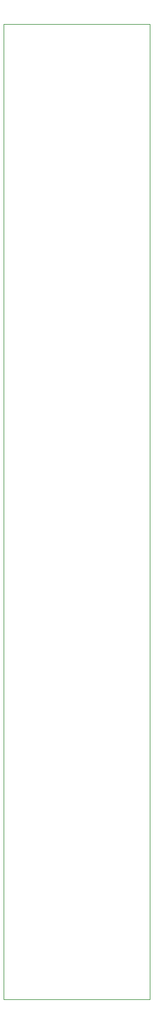
<source format=gbr>
G04 #@! TF.GenerationSoftware,KiCad,Pcbnew,(5.1.8)-1*
G04 #@! TF.CreationDate,2022-11-03T13:18:07-06:00*
G04 #@! TF.ProjectId,Breadboard Adapter,42726561-6462-46f6-9172-642041646170,rev?*
G04 #@! TF.SameCoordinates,Original*
G04 #@! TF.FileFunction,Profile,NP*
%FSLAX46Y46*%
G04 Gerber Fmt 4.6, Leading zero omitted, Abs format (unit mm)*
G04 Created by KiCad (PCBNEW (5.1.8)-1) date 2022-11-03 13:18:07*
%MOMM*%
%LPD*%
G01*
G04 APERTURE LIST*
G04 #@! TA.AperFunction,Profile*
%ADD10C,0.050000*%
G04 #@! TD*
G04 APERTURE END LIST*
D10*
X92583000Y-149860000D02*
X113157000Y-149860000D01*
X92583000Y-142240000D02*
X92583000Y-149860000D01*
X113157000Y-142240000D02*
X113157000Y-149860000D01*
X92583000Y-38100000D02*
X92583000Y-142240000D01*
X113157000Y-38100000D02*
X113157000Y-142240000D01*
X92583000Y-12700000D02*
X113157000Y-12700000D01*
X92583000Y-38100000D02*
X92583000Y-12700000D01*
X113157000Y-38100000D02*
X113157000Y-12700000D01*
M02*

</source>
